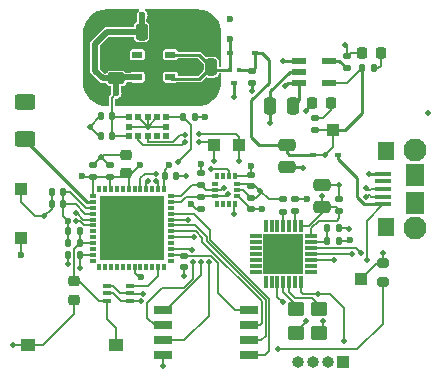
<source format=gbr>
%TF.GenerationSoftware,KiCad,Pcbnew,(6.0.0)*%
%TF.CreationDate,2022-03-24T17:20:39+00:00*%
%TF.ProjectId,Tracer,54726163-6572-42e6-9b69-6361645f7063,B*%
%TF.SameCoordinates,Original*%
%TF.FileFunction,Copper,L1,Top*%
%TF.FilePolarity,Positive*%
%FSLAX46Y46*%
G04 Gerber Fmt 4.6, Leading zero omitted, Abs format (unit mm)*
G04 Created by KiCad (PCBNEW (6.0.0)) date 2022-03-24 17:20:39*
%MOMM*%
%LPD*%
G01*
G04 APERTURE LIST*
G04 Aperture macros list*
%AMRoundRect*
0 Rectangle with rounded corners*
0 $1 Rounding radius*
0 $2 $3 $4 $5 $6 $7 $8 $9 X,Y pos of 4 corners*
0 Add a 4 corners polygon primitive as box body*
4,1,4,$2,$3,$4,$5,$6,$7,$8,$9,$2,$3,0*
0 Add four circle primitives for the rounded corners*
1,1,$1+$1,$2,$3*
1,1,$1+$1,$4,$5*
1,1,$1+$1,$6,$7*
1,1,$1+$1,$8,$9*
0 Add four rect primitives between the rounded corners*
20,1,$1+$1,$2,$3,$4,$5,0*
20,1,$1+$1,$4,$5,$6,$7,0*
20,1,$1+$1,$6,$7,$8,$9,0*
20,1,$1+$1,$8,$9,$2,$3,0*%
G04 Aperture macros list end*
%TA.AperFunction,SMDPad,CuDef*%
%ADD10RoundRect,0.140000X-0.140000X-0.170000X0.140000X-0.170000X0.140000X0.170000X-0.140000X0.170000X0*%
%TD*%
%TA.AperFunction,SMDPad,CuDef*%
%ADD11RoundRect,0.135000X0.135000X0.185000X-0.135000X0.185000X-0.135000X-0.185000X0.135000X-0.185000X0*%
%TD*%
%TA.AperFunction,SMDPad,CuDef*%
%ADD12RoundRect,0.140000X0.170000X-0.140000X0.170000X0.140000X-0.170000X0.140000X-0.170000X-0.140000X0*%
%TD*%
%TA.AperFunction,SMDPad,CuDef*%
%ADD13RoundRect,0.250000X0.475000X-0.250000X0.475000X0.250000X-0.475000X0.250000X-0.475000X-0.250000X0*%
%TD*%
%TA.AperFunction,SMDPad,CuDef*%
%ADD14RoundRect,0.250000X-0.450000X0.350000X-0.450000X-0.350000X0.450000X-0.350000X0.450000X0.350000X0*%
%TD*%
%TA.AperFunction,SMDPad,CuDef*%
%ADD15RoundRect,0.250000X0.250000X0.475000X-0.250000X0.475000X-0.250000X-0.475000X0.250000X-0.475000X0*%
%TD*%
%TA.AperFunction,SMDPad,CuDef*%
%ADD16R,0.600000X0.450000*%
%TD*%
%TA.AperFunction,SMDPad,CuDef*%
%ADD17R,0.400000X0.450000*%
%TD*%
%TA.AperFunction,SMDPad,CuDef*%
%ADD18R,0.500000X0.450000*%
%TD*%
%TA.AperFunction,SMDPad,CuDef*%
%ADD19RoundRect,0.135000X-0.135000X-0.185000X0.135000X-0.185000X0.135000X0.185000X-0.135000X0.185000X0*%
%TD*%
%TA.AperFunction,SMDPad,CuDef*%
%ADD20RoundRect,0.250000X-0.250000X-0.475000X0.250000X-0.475000X0.250000X0.475000X-0.250000X0.475000X0*%
%TD*%
%TA.AperFunction,SMDPad,CuDef*%
%ADD21RoundRect,0.225000X0.250000X-0.225000X0.250000X0.225000X-0.250000X0.225000X-0.250000X-0.225000X0*%
%TD*%
%TA.AperFunction,SMDPad,CuDef*%
%ADD22R,0.500000X0.500000*%
%TD*%
%TA.AperFunction,SMDPad,CuDef*%
%ADD23RoundRect,0.135000X-0.185000X0.135000X-0.185000X-0.135000X0.185000X-0.135000X0.185000X0.135000X0*%
%TD*%
%TA.AperFunction,SMDPad,CuDef*%
%ADD24R,0.350000X0.575000*%
%TD*%
%TA.AperFunction,SMDPad,CuDef*%
%ADD25R,0.575000X0.350000*%
%TD*%
%TA.AperFunction,SMDPad,CuDef*%
%ADD26R,1.350000X0.400000*%
%TD*%
%TA.AperFunction,ComponentPad*%
%ADD27C,1.950000*%
%TD*%
%TA.AperFunction,SMDPad,CuDef*%
%ADD28R,1.400000X1.600000*%
%TD*%
%TA.AperFunction,SMDPad,CuDef*%
%ADD29R,1.600000X1.900000*%
%TD*%
%TA.AperFunction,SMDPad,CuDef*%
%ADD30R,1.200000X0.600000*%
%TD*%
%TA.AperFunction,SMDPad,CuDef*%
%ADD31R,1.000000X1.000000*%
%TD*%
%TA.AperFunction,SMDPad,CuDef*%
%ADD32RoundRect,0.140000X0.140000X0.170000X-0.140000X0.170000X-0.140000X-0.170000X0.140000X-0.170000X0*%
%TD*%
%TA.AperFunction,SMDPad,CuDef*%
%ADD33RoundRect,0.218750X-0.218750X-0.256250X0.218750X-0.256250X0.218750X0.256250X-0.218750X0.256250X0*%
%TD*%
%TA.AperFunction,ComponentPad*%
%ADD34R,1.000000X1.000000*%
%TD*%
%TA.AperFunction,ComponentPad*%
%ADD35O,1.000000X1.000000*%
%TD*%
%TA.AperFunction,SMDPad,CuDef*%
%ADD36RoundRect,0.135000X0.185000X-0.135000X0.185000X0.135000X-0.185000X0.135000X-0.185000X-0.135000X0*%
%TD*%
%TA.AperFunction,SMDPad,CuDef*%
%ADD37RoundRect,0.140000X-0.170000X0.140000X-0.170000X-0.140000X0.170000X-0.140000X0.170000X0.140000X0*%
%TD*%
%TA.AperFunction,SMDPad,CuDef*%
%ADD38R,1.200000X1.000000*%
%TD*%
%TA.AperFunction,SMDPad,CuDef*%
%ADD39R,1.000000X0.300000*%
%TD*%
%TA.AperFunction,SMDPad,CuDef*%
%ADD40R,0.300000X1.000000*%
%TD*%
%TA.AperFunction,SMDPad,CuDef*%
%ADD41R,3.350000X3.350000*%
%TD*%
%TA.AperFunction,SMDPad,CuDef*%
%ADD42RoundRect,0.250000X-0.625000X0.400000X-0.625000X-0.400000X0.625000X-0.400000X0.625000X0.400000X0*%
%TD*%
%TA.AperFunction,SMDPad,CuDef*%
%ADD43R,0.650000X0.400000*%
%TD*%
%TA.AperFunction,SMDPad,CuDef*%
%ADD44R,0.550000X0.350000*%
%TD*%
%TA.AperFunction,SMDPad,CuDef*%
%ADD45R,0.350000X0.550000*%
%TD*%
%TA.AperFunction,SMDPad,CuDef*%
%ADD46R,5.500000X5.500000*%
%TD*%
%TA.AperFunction,SMDPad,CuDef*%
%ADD47RoundRect,0.225000X-0.250000X0.225000X-0.250000X-0.225000X0.250000X-0.225000X0.250000X0.225000X0*%
%TD*%
%TA.AperFunction,SMDPad,CuDef*%
%ADD48RoundRect,0.200000X-0.275000X0.200000X-0.275000X-0.200000X0.275000X-0.200000X0.275000X0.200000X0*%
%TD*%
%TA.AperFunction,SMDPad,CuDef*%
%ADD49R,0.900000X0.600000*%
%TD*%
%TA.AperFunction,SMDPad,CuDef*%
%ADD50R,1.650000X0.650000*%
%TD*%
%TA.AperFunction,ViaPad*%
%ADD51C,0.500000*%
%TD*%
%TA.AperFunction,ViaPad*%
%ADD52C,0.600000*%
%TD*%
%TA.AperFunction,Conductor*%
%ADD53C,0.250000*%
%TD*%
%TA.AperFunction,Conductor*%
%ADD54C,0.150000*%
%TD*%
%TA.AperFunction,Conductor*%
%ADD55C,0.200000*%
%TD*%
%TA.AperFunction,Conductor*%
%ADD56C,0.500000*%
%TD*%
%TA.AperFunction,Conductor*%
%ADD57C,0.293770*%
%TD*%
G04 APERTURE END LIST*
D10*
%TO.P,C15,1*%
%TO.N,+3V3*%
X142320000Y-95100000D03*
%TO.P,C15,2*%
%TO.N,GND*%
X143280000Y-95100000D03*
%TD*%
D11*
%TO.P,R10,1*%
%TO.N,RST*%
X135110000Y-99750000D03*
%TO.P,R10,2*%
%TO.N,+3V3*%
X134090000Y-99750000D03*
%TD*%
D12*
%TO.P,C1,1*%
%TO.N,+3V3*%
X149600000Y-97900000D03*
%TO.P,C1,2*%
%TO.N,GND*%
X149600000Y-96940000D03*
%TD*%
D13*
%TO.P,C16,1*%
%TO.N,+3V3*%
X138195000Y-86850000D03*
%TO.P,C16,2*%
%TO.N,GND*%
X138195000Y-84950000D03*
%TD*%
D14*
%TO.P,R15,1*%
%TO.N,Net-(IC8-Pad25)*%
X153400000Y-106400000D03*
%TO.P,R15,2*%
%TO.N,U0TXD*%
X153400000Y-108400000D03*
%TD*%
D15*
%TO.P,C5,1*%
%TO.N,+BATT*%
X153155000Y-89200000D03*
%TO.P,C5,2*%
%TO.N,GND*%
X151255000Y-89200000D03*
%TD*%
D16*
%TO.P,D1,1,K*%
%TO.N,VUSB*%
X154900000Y-93300000D03*
%TO.P,D1,2,A*%
%TO.N,Net-(D1-Pad2)*%
X157000000Y-93300000D03*
%TD*%
D17*
%TO.P,Q2,1,G*%
%TO.N,VUSB*%
X148600000Y-86125000D03*
%TO.P,Q2,2,S*%
%TO.N,VBUS*%
X147800000Y-86125000D03*
D18*
%TO.P,Q2,3,D*%
%TO.N,+BATT*%
X148200000Y-87275000D03*
%TD*%
D19*
%TO.P,R7,1*%
%TO.N,+3V3*%
X134090000Y-100750000D03*
%TO.P,R7,2*%
%TO.N,RST*%
X135110000Y-100750000D03*
%TD*%
D13*
%TO.P,C3,1*%
%TO.N,GND*%
X152650000Y-94350000D03*
%TO.P,C3,2*%
%TO.N,VUSB*%
X152650000Y-92450000D03*
%TD*%
D20*
%TO.P,C6,1*%
%TO.N,+3V3*%
X140345000Y-82900000D03*
%TO.P,C6,2*%
%TO.N,GND*%
X142245000Y-82900000D03*
%TD*%
D21*
%TO.P,C14,1*%
%TO.N,+3V3*%
X139000000Y-94875000D03*
%TO.P,C14,2*%
%TO.N,GND*%
X139000000Y-93325000D03*
%TD*%
D22*
%TO.P,IC4,1,AVDDVCSEL*%
%TO.N,+3V3*%
X139250000Y-90131885D03*
%TO.P,IC4,2,AVSSVCSEL*%
%TO.N,GND*%
X140050000Y-90131885D03*
%TO.P,IC4,3,GND*%
X140850000Y-90131885D03*
%TO.P,IC4,4,GND2*%
X141650000Y-90131885D03*
%TO.P,IC4,5,XSHUT*%
%TO.N,GPIO19*%
X142450000Y-90131885D03*
%TO.P,IC4,6,GND3*%
%TO.N,GND*%
X142450000Y-90931885D03*
%TO.P,IC4,7,GPIO1*%
%TO.N,unconnected-(IC4-Pad7)*%
X142450000Y-91731885D03*
%TO.P,IC4,8,DNC*%
%TO.N,unconnected-(IC4-Pad8)*%
X141650000Y-91731885D03*
%TO.P,IC4,9,SDA*%
%TO.N,GPIO18*%
X140850000Y-91731885D03*
%TO.P,IC4,10,SCL*%
%TO.N,GPIO23*%
X140050000Y-91731885D03*
%TO.P,IC4,11,AVDD*%
%TO.N,+3V3*%
X139250000Y-91731885D03*
%TO.P,IC4,12,GND4*%
%TO.N,GND*%
X139250000Y-90931885D03*
%TD*%
D23*
%TO.P,R12,1*%
%TO.N,+3V3*%
X153350000Y-97090000D03*
%TO.P,R12,2*%
%TO.N,Net-(IC8-Pad9)*%
X153350000Y-98110000D03*
%TD*%
D24*
%TO.P,IC1,1,SDO/SA0*%
%TO.N,unconnected-(IC1-Pad1)*%
X146750000Y-97463000D03*
%TO.P,IC1,2,SDX*%
%TO.N,unconnected-(IC1-Pad2)*%
X147250000Y-97463000D03*
%TO.P,IC1,3,SCX*%
%TO.N,unconnected-(IC1-Pad3)*%
X147750000Y-97463000D03*
%TO.P,IC1,4,INT1*%
%TO.N,GPIO37*%
X148250000Y-97463000D03*
D25*
%TO.P,IC1,5,VDDIO*%
%TO.N,+3V3*%
X148412000Y-96800000D03*
%TO.P,IC1,6,GND_1*%
%TO.N,GND*%
X148412000Y-96300000D03*
%TO.P,IC1,7,GND_2*%
X148412000Y-95800000D03*
D24*
%TO.P,IC1,8,VDD*%
%TO.N,+3V3*%
X148250000Y-95137000D03*
%TO.P,IC1,9,INT2*%
%TO.N,GPIO36*%
X147750000Y-95137000D03*
%TO.P,IC1,10,NC_1*%
%TO.N,unconnected-(IC1-Pad10)*%
X147250000Y-95137000D03*
%TO.P,IC1,11,NC_2*%
%TO.N,unconnected-(IC1-Pad11)*%
X146750000Y-95137000D03*
D25*
%TO.P,IC1,12,CS*%
%TO.N,unconnected-(IC1-Pad12)*%
X146588000Y-95800000D03*
%TO.P,IC1,13,SCL*%
%TO.N,GPIO23*%
X146588000Y-96300000D03*
%TO.P,IC1,14,SDA*%
%TO.N,GPIO18*%
X146588000Y-96800000D03*
%TD*%
D26*
%TO.P,J1,1,VBUS*%
%TO.N,Net-(D1-Pad2)*%
X160800000Y-97500000D03*
%TO.P,J1,2,D-*%
%TO.N,D-*%
X160800000Y-96850000D03*
%TO.P,J1,3,D+*%
%TO.N,D+*%
X160800000Y-96200000D03*
%TO.P,J1,4,NC*%
%TO.N,unconnected-(J1-Pad4)*%
X160800000Y-95550000D03*
%TO.P,J1,5,GND*%
%TO.N,GND*%
X160800000Y-94900000D03*
D27*
%TO.P,J1,MH1,MH1*%
%TO.N,unconnected-(J1-PadMH1)*%
X163475000Y-99500000D03*
%TO.P,J1,MH2,MH2*%
%TO.N,unconnected-(J1-PadMH2)*%
X163475000Y-92900000D03*
D28*
%TO.P,J1,MP1,MP1*%
%TO.N,unconnected-(J1-PadMP1)*%
X161025000Y-99400000D03*
D29*
%TO.P,J1,MP2,MP2*%
%TO.N,unconnected-(J1-PadMP2)*%
X163475000Y-97400000D03*
%TO.P,J1,MP3,MP3*%
%TO.N,unconnected-(J1-PadMP3)*%
X163475000Y-95000000D03*
D28*
%TO.P,J1,MP4,MP4*%
%TO.N,unconnected-(J1-PadMP4)*%
X161025000Y-93000000D03*
%TD*%
D30*
%TO.P,IC5,1,CHRG*%
%TO.N,Net-(D4-Pad1)*%
X153705000Y-85350000D03*
%TO.P,IC5,2,GND*%
%TO.N,GND*%
X153705000Y-86300000D03*
%TO.P,IC5,3,VBAT*%
%TO.N,+BATT*%
X153705000Y-87250000D03*
%TO.P,IC5,4,VCC*%
%TO.N,VUSB*%
X156205000Y-87250000D03*
%TO.P,IC5,5,PROG*%
%TO.N,Net-(IC5-Pad5)*%
X156205000Y-85350000D03*
%TD*%
D19*
%TO.P,R16,1*%
%TO.N,GPIO19*%
X143840000Y-90150000D03*
%TO.P,R16,2*%
%TO.N,+3V3*%
X144860000Y-90150000D03*
%TD*%
D11*
%TO.P,R2,1*%
%TO.N,Net-(D2-Pad2)*%
X160010000Y-86000000D03*
%TO.P,R2,2*%
%TO.N,VUSB*%
X158990000Y-86000000D03*
%TD*%
D12*
%TO.P,C10,1*%
%TO.N,+3V3*%
X137700000Y-95180000D03*
%TO.P,C10,2*%
%TO.N,GND*%
X137700000Y-94220000D03*
%TD*%
D31*
%TO.P,TP3,1,1*%
%TO.N,GPIO23*%
X146500000Y-92500000D03*
%TD*%
D13*
%TO.P,C18,1*%
%TO.N,VUSB*%
X155600000Y-97750000D03*
%TO.P,C18,2*%
%TO.N,GND*%
X155600000Y-95850000D03*
%TD*%
D12*
%TO.P,C13,1*%
%TO.N,+3V3*%
X136200000Y-95180000D03*
%TO.P,C13,2*%
%TO.N,GND*%
X136200000Y-94220000D03*
%TD*%
D32*
%TO.P,C20,1*%
%TO.N,+3V3*%
X137830000Y-91750000D03*
%TO.P,C20,2*%
%TO.N,GND*%
X136870000Y-91750000D03*
%TD*%
D33*
%TO.P,D2,1,K*%
%TO.N,GND*%
X159012500Y-84700000D03*
%TO.P,D2,2,A*%
%TO.N,Net-(D2-Pad2)*%
X160587500Y-84700000D03*
%TD*%
D34*
%TO.P,J2,1,Pin_1*%
%TO.N,DTR*%
X157400000Y-110900000D03*
D35*
%TO.P,J2,2,Pin_2*%
%TO.N,U0RXD*%
X156130000Y-110900000D03*
%TO.P,J2,3,Pin_3*%
%TO.N,U0TXD*%
X154860000Y-110900000D03*
%TO.P,J2,4,Pin_4*%
%TO.N,RTS*%
X153590000Y-110900000D03*
%TD*%
D23*
%TO.P,R4,1*%
%TO.N,+3V3*%
X145400000Y-94890000D03*
%TO.P,R4,2*%
%TO.N,GPIO23*%
X145400000Y-95910000D03*
%TD*%
%TO.P,R6,1*%
%TO.N,GND*%
X157700000Y-84980000D03*
%TO.P,R6,2*%
%TO.N,Net-(IC5-Pad5)*%
X157700000Y-86000000D03*
%TD*%
D31*
%TO.P,TP11,1,1*%
%TO.N,GND*%
X130100000Y-96200000D03*
%TD*%
%TO.P,TP6,1,1*%
%TO.N,+3V3*%
X130100000Y-100400000D03*
%TD*%
D36*
%TO.P,R3,1*%
%TO.N,VUSB*%
X155000000Y-91210000D03*
%TO.P,R3,2*%
%TO.N,Net-(D4-Pad2)*%
X155000000Y-90190000D03*
%TD*%
D37*
%TO.P,C2,1*%
%TO.N,+3V3*%
X149600000Y-95020000D03*
%TO.P,C2,2*%
%TO.N,GND*%
X149600000Y-95980000D03*
%TD*%
D11*
%TO.P,R11,1*%
%TO.N,+3V3*%
X157060000Y-100600000D03*
%TO.P,R11,2*%
%TO.N,Net-(C17-Pad1)*%
X156040000Y-100600000D03*
%TD*%
D38*
%TO.P,S1,1,1*%
%TO.N,RST*%
X138150000Y-109400000D03*
%TO.P,S1,2,2*%
%TO.N,GND*%
X130750000Y-109400000D03*
%TD*%
D33*
%TO.P,D4,1,K*%
%TO.N,Net-(D4-Pad1)*%
X154812500Y-88900000D03*
%TO.P,D4,2,A*%
%TO.N,Net-(D4-Pad2)*%
X156387500Y-88900000D03*
%TD*%
D16*
%TO.P,D3,1,K*%
%TO.N,VBUS*%
X147850000Y-84700000D03*
%TO.P,D3,2,A*%
%TO.N,VUSB*%
X149950000Y-84700000D03*
%TD*%
D36*
%TO.P,R1,1*%
%TO.N,GND*%
X149700000Y-87210000D03*
%TO.P,R1,2*%
%TO.N,VUSB*%
X149700000Y-86190000D03*
%TD*%
D32*
%TO.P,C19,1*%
%TO.N,+3V3*%
X137830000Y-90050000D03*
%TO.P,C19,2*%
%TO.N,GND*%
X136870000Y-90050000D03*
%TD*%
D39*
%TO.P,IC8,1,DCD*%
%TO.N,unconnected-(IC8-Pad1)*%
X154700000Y-103200000D03*
%TO.P,IC8,2,RI_/_CLK*%
%TO.N,unconnected-(IC8-Pad2)*%
X154700000Y-102700000D03*
%TO.P,IC8,3,GND_1*%
%TO.N,GND*%
X154700000Y-102200000D03*
%TO.P,IC8,4,D+*%
%TO.N,D+*%
X154700000Y-101700000D03*
%TO.P,IC8,5,D-*%
%TO.N,D-*%
X154700000Y-101200000D03*
%TO.P,IC8,6,VDD*%
%TO.N,Net-(C17-Pad1)*%
X154700000Y-100700000D03*
%TO.P,IC8,7,VREGIN*%
%TO.N,VUSB*%
X154700000Y-100200000D03*
D40*
%TO.P,IC8,8,VBUS*%
X153850000Y-99350000D03*
%TO.P,IC8,9,RSTB*%
%TO.N,Net-(IC8-Pad9)*%
X153350000Y-99350000D03*
%TO.P,IC8,10,NC*%
%TO.N,unconnected-(IC8-Pad10)*%
X152850000Y-99350000D03*
%TO.P,IC8,11,SUSPENDB*%
%TO.N,Net-(IC8-Pad11)*%
X152350000Y-99350000D03*
%TO.P,IC8,12,SUSPEND*%
%TO.N,unconnected-(IC8-Pad12)*%
X151850000Y-99350000D03*
%TO.P,IC8,13,CHREN*%
%TO.N,unconnected-(IC8-Pad13)*%
X151350000Y-99350000D03*
%TO.P,IC8,14,CHR1*%
%TO.N,unconnected-(IC8-Pad14)*%
X150850000Y-99350000D03*
D39*
%TO.P,IC8,15,CHR0*%
%TO.N,unconnected-(IC8-Pad15)*%
X150000000Y-100200000D03*
%TO.P,IC8,16,GPIO.3_/_WAKEUP*%
%TO.N,unconnected-(IC8-Pad16)*%
X150000000Y-100700000D03*
%TO.P,IC8,17,GPIO.2_/_RS485*%
%TO.N,unconnected-(IC8-Pad17)*%
X150000000Y-101200000D03*
%TO.P,IC8,18,GPIO.1_/_RXT*%
%TO.N,unconnected-(IC8-Pad18)*%
X150000000Y-101700000D03*
%TO.P,IC8,19,GPIO.0_/_TXT*%
%TO.N,unconnected-(IC8-Pad19)*%
X150000000Y-102200000D03*
%TO.P,IC8,20,GPIO.6*%
%TO.N,unconnected-(IC8-Pad20)*%
X150000000Y-102700000D03*
%TO.P,IC8,21,GPIO.5*%
%TO.N,unconnected-(IC8-Pad21)*%
X150000000Y-103200000D03*
D40*
%TO.P,IC8,22,GPIO.4*%
%TO.N,unconnected-(IC8-Pad22)*%
X150850000Y-104050000D03*
%TO.P,IC8,23,CTS*%
%TO.N,unconnected-(IC8-Pad23)*%
X151350000Y-104050000D03*
%TO.P,IC8,24,RTS*%
%TO.N,RTS*%
X151850000Y-104050000D03*
%TO.P,IC8,25,RXD*%
%TO.N,Net-(IC8-Pad25)*%
X152350000Y-104050000D03*
%TO.P,IC8,26,TXD*%
%TO.N,Net-(IC8-Pad26)*%
X152850000Y-104050000D03*
%TO.P,IC8,27,DSR*%
%TO.N,unconnected-(IC8-Pad27)*%
X153350000Y-104050000D03*
%TO.P,IC8,28,DTR*%
%TO.N,DTR*%
X153850000Y-104050000D03*
D41*
%TO.P,IC8,29,GND_2*%
%TO.N,GND*%
X152350000Y-101700000D03*
%TD*%
D32*
%TO.P,C12,1*%
%TO.N,+3V3*%
X133680000Y-96500000D03*
%TO.P,C12,2*%
%TO.N,GND*%
X132720000Y-96500000D03*
%TD*%
D42*
%TO.P,AE1,1,FEED*%
%TO.N,unconnected-(AE1-Pad1)*%
X130500000Y-88850000D03*
%TO.P,AE1,2,PCB_Trace*%
%TO.N,ANT*%
X130500000Y-91950000D03*
%TD*%
D11*
%TO.P,R9,1*%
%TO.N,GPIO35*%
X135110000Y-101800000D03*
%TO.P,R9,2*%
%TO.N,GND*%
X134090000Y-101800000D03*
%TD*%
D43*
%TO.P,Q1,1,E2*%
%TO.N,RTS*%
X139350000Y-105700000D03*
%TO.P,Q1,2,B2*%
%TO.N,DTR*%
X139350000Y-105050000D03*
%TO.P,Q1,3,C1*%
%TO.N,GPIO0*%
X139350000Y-104400000D03*
%TO.P,Q1,4,E1*%
%TO.N,DTR*%
X137450000Y-104400000D03*
%TO.P,Q1,5,B1*%
%TO.N,RTS*%
X137450000Y-105050000D03*
%TO.P,Q1,6,C2*%
%TO.N,RST*%
X137450000Y-105700000D03*
%TD*%
D44*
%TO.P,IC3,1,VDDA_1*%
%TO.N,+3V3*%
X136200000Y-96800000D03*
%TO.P,IC3,2,LNA_IN*%
%TO.N,ANT*%
X136200000Y-97300000D03*
%TO.P,IC3,3,VDDA3P3_1*%
%TO.N,+3V3*%
X136200000Y-97800000D03*
%TO.P,IC3,4,VDDA3P3_2*%
X136200000Y-98300000D03*
%TO.P,IC3,5,SENSOR_VP*%
%TO.N,GPIO36*%
X136200000Y-98800000D03*
%TO.P,IC3,6,SENSOR_CAPP*%
%TO.N,GPIO37*%
X136200000Y-99300000D03*
%TO.P,IC3,7,SENSOR_CAPN*%
%TO.N,GPIO38*%
X136200000Y-99800000D03*
%TO.P,IC3,8,SENSOR_VN*%
%TO.N,GPIO39*%
X136200000Y-100300000D03*
%TO.P,IC3,9,EN*%
%TO.N,RST*%
X136200000Y-100800000D03*
%TO.P,IC3,10,IO34*%
%TO.N,STAT*%
X136200000Y-101300000D03*
%TO.P,IC3,11,IO35*%
%TO.N,GPIO35*%
X136200000Y-101800000D03*
%TO.P,IC3,12,IO32*%
%TO.N,GPIO32*%
X136200000Y-102300000D03*
D45*
%TO.P,IC3,13,IO33*%
%TO.N,GPIO33*%
X136750000Y-102850000D03*
%TO.P,IC3,14,IO25*%
%TO.N,GPIO25*%
X137250000Y-102850000D03*
%TO.P,IC3,15,IO26*%
%TO.N,GPIO26*%
X137750000Y-102850000D03*
%TO.P,IC3,16,IO27*%
%TO.N,GPIO27*%
X138250000Y-102850000D03*
%TO.P,IC3,17,IO14*%
%TO.N,GPIO14*%
X138750000Y-102850000D03*
%TO.P,IC3,18,IO12*%
%TO.N,GPIO12*%
X139250000Y-102850000D03*
%TO.P,IC3,19,VDD3P3_RTC*%
%TO.N,+3V3*%
X139750000Y-102850000D03*
%TO.P,IC3,20,IO13*%
%TO.N,GPIO13*%
X140250000Y-102850000D03*
%TO.P,IC3,21,IO15*%
%TO.N,GPIO15*%
X140750000Y-102850000D03*
%TO.P,IC3,22,IO2*%
%TO.N,GPIO2*%
X141250000Y-102850000D03*
%TO.P,IC3,23,IO0*%
%TO.N,GPIO0*%
X141750000Y-102850000D03*
%TO.P,IC3,24,IO4*%
%TO.N,GPIO4*%
X142250000Y-102850000D03*
D44*
%TO.P,IC3,25,IO16*%
%TO.N,GPIO16*%
X142800000Y-102300000D03*
%TO.P,IC3,26,VDD_SDIO_NC*%
%TO.N,VDDSDIO*%
X142800000Y-101800000D03*
%TO.P,IC3,27,IO17*%
%TO.N,GPIO17*%
X142800000Y-101300000D03*
%TO.P,IC3,28,SD2*%
%TO.N,GPIO9*%
X142800000Y-100800000D03*
%TO.P,IC3,29,SD3*%
%TO.N,GPIO10*%
X142800000Y-100300000D03*
%TO.P,IC3,30,CMD*%
%TO.N,GPIO11*%
X142800000Y-99800000D03*
%TO.P,IC3,31,CLK*%
%TO.N,CLK*%
X142800000Y-99300000D03*
%TO.P,IC3,32,SD0*%
%TO.N,GPIO7*%
X142800000Y-98800000D03*
%TO.P,IC3,33,SD1*%
%TO.N,GPIO8*%
X142800000Y-98300000D03*
%TO.P,IC3,34,IO5*%
%TO.N,GPIO5*%
X142800000Y-97800000D03*
%TO.P,IC3,35,IO18*%
%TO.N,GPIO18*%
X142800000Y-97300000D03*
%TO.P,IC3,36,IO23*%
%TO.N,GPIO23*%
X142800000Y-96800000D03*
D45*
%TO.P,IC3,37,VDD3P3_CPU*%
%TO.N,+3V3*%
X142250000Y-96250000D03*
%TO.P,IC3,38,IO19*%
%TO.N,GPIO19*%
X141750000Y-96250000D03*
%TO.P,IC3,39,IO22*%
%TO.N,GPIO22*%
X141250000Y-96250000D03*
%TO.P,IC3,40,U0RXD*%
%TO.N,U0RXD*%
X140750000Y-96250000D03*
%TO.P,IC3,41,U0TXD*%
%TO.N,U0TXD*%
X140250000Y-96250000D03*
%TO.P,IC3,42,IO21*%
%TO.N,GPIO21*%
X139750000Y-96250000D03*
%TO.P,IC3,43,VDDA_2*%
%TO.N,+3V3*%
X139250000Y-96250000D03*
%TO.P,IC3,44,XTAL_N_NC*%
%TO.N,unconnected-(IC3-Pad44)*%
X138750000Y-96250000D03*
%TO.P,IC3,45,XTAL_P_NC*%
%TO.N,unconnected-(IC3-Pad45)*%
X138250000Y-96250000D03*
%TO.P,IC3,46,VDDA_3*%
%TO.N,+3V3*%
X137750000Y-96250000D03*
%TO.P,IC3,47,CAP2_NC*%
%TO.N,unconnected-(IC3-Pad47)*%
X137250000Y-96250000D03*
%TO.P,IC3,48,CAP1_NC*%
%TO.N,unconnected-(IC3-Pad48)*%
X136750000Y-96250000D03*
D46*
%TO.P,IC3,49,GND*%
%TO.N,GND*%
X139494000Y-99537000D03*
%TD*%
D10*
%TO.P,C17,1*%
%TO.N,Net-(C17-Pad1)*%
X156070000Y-99550000D03*
%TO.P,C17,2*%
%TO.N,GND*%
X157030000Y-99550000D03*
%TD*%
D31*
%TO.P,TP5,1,1*%
%TO.N,+BATT*%
X158950000Y-103800000D03*
%TD*%
D47*
%TO.P,C7,1*%
%TO.N,RST*%
X134600000Y-104025000D03*
%TO.P,C7,2*%
%TO.N,GND*%
X134600000Y-105575000D03*
%TD*%
D36*
%TO.P,R5,1*%
%TO.N,+3V3*%
X145400000Y-97920000D03*
%TO.P,R5,2*%
%TO.N,GPIO18*%
X145400000Y-96900000D03*
%TD*%
D12*
%TO.P,C8,1*%
%TO.N,VUSB*%
X157100000Y-98060000D03*
%TO.P,C8,2*%
%TO.N,GND*%
X157100000Y-97100000D03*
%TD*%
D31*
%TO.P,TP4,1,1*%
%TO.N,GPIO18*%
X148600000Y-92500000D03*
%TD*%
D15*
%TO.P,C4,1*%
%TO.N,VBUS*%
X146245000Y-85900000D03*
%TO.P,C4,2*%
%TO.N,GND*%
X144345000Y-85900000D03*
%TD*%
D48*
%TO.P,R8,1*%
%TO.N,+BATT*%
X160800000Y-102475000D03*
%TO.P,R8,2*%
%TO.N,GPIO35*%
X160800000Y-104125000D03*
%TD*%
D49*
%TO.P,IC6,1,VIN*%
%TO.N,VBUS*%
X142795000Y-86750000D03*
%TO.P,IC6,2,VSS*%
%TO.N,GND*%
X142795000Y-85800000D03*
%TO.P,IC6,3,CE*%
%TO.N,VBUS*%
X142795000Y-84850000D03*
%TO.P,IC6,4,NC*%
%TO.N,unconnected-(IC6-Pad4)*%
X139995000Y-84850000D03*
%TO.P,IC6,5,VOUT*%
%TO.N,+3V3*%
X139995000Y-86750000D03*
%TD*%
D36*
%TO.P,R13,1*%
%TO.N,Net-(IC8-Pad11)*%
X152350000Y-98120000D03*
%TO.P,R13,2*%
%TO.N,GND*%
X152350000Y-97100000D03*
%TD*%
D50*
%TO.P,IC2,1,~{CS}*%
%TO.N,GPIO10*%
X142200000Y-106495000D03*
%TO.P,IC2,2,DO(IO1)*%
%TO.N,GPIO17*%
X142200000Y-107765000D03*
%TO.P,IC2,3,IO2*%
%TO.N,GPIO7*%
X142200000Y-109035000D03*
%TO.P,IC2,4,GND*%
%TO.N,GND*%
X142200000Y-110305000D03*
%TO.P,IC2,5,DI(IO0)*%
%TO.N,GPIO8*%
X149400000Y-110305000D03*
%TO.P,IC2,6,CLK*%
%TO.N,CLK*%
X149400000Y-109035000D03*
%TO.P,IC2,7,IO3*%
%TO.N,GPIO11*%
X149400000Y-107765000D03*
%TO.P,IC2,8,VCC*%
%TO.N,VDDSDIO*%
X149400000Y-106495000D03*
%TD*%
D31*
%TO.P,TP2,1,1*%
%TO.N,VUSB*%
X156550000Y-91200000D03*
%TD*%
D37*
%TO.P,C11,1*%
%TO.N,VDDSDIO*%
X143900000Y-101870000D03*
%TO.P,C11,2*%
%TO.N,GND*%
X143900000Y-102830000D03*
%TD*%
D32*
%TO.P,C9,1*%
%TO.N,+3V3*%
X133680000Y-97500000D03*
%TO.P,C9,2*%
%TO.N,GND*%
X132720000Y-97500000D03*
%TD*%
D14*
%TO.P,R14,1*%
%TO.N,Net-(IC8-Pad26)*%
X155400000Y-106400000D03*
%TO.P,R14,2*%
%TO.N,U0RXD*%
X155400000Y-108400000D03*
%TD*%
D51*
%TO.N,+BATT*%
X148200000Y-88400000D03*
X160800000Y-101600000D03*
X152500000Y-87500000D03*
%TO.N,GND*%
X138000000Y-101100000D03*
X139500000Y-97600000D03*
X138000000Y-99550000D03*
X136135000Y-83080000D03*
X151200000Y-90600000D03*
X146295000Y-88160000D03*
X143755000Y-83080000D03*
X157950000Y-99600000D03*
X136900000Y-93500000D03*
X151060000Y-102950000D03*
X151060000Y-101680000D03*
X164600000Y-89800000D03*
X141000000Y-101100000D03*
X149679122Y-87879122D03*
X146295000Y-83080000D03*
X153600000Y-102950000D03*
X152330000Y-100410000D03*
X143900000Y-103600000D03*
X139500000Y-101100000D03*
X140850000Y-90950000D03*
X143755000Y-88160000D03*
X154000000Y-94400000D03*
X135950000Y-90950000D03*
X141000000Y-99550000D03*
X150400000Y-96400000D03*
X134100000Y-102600000D03*
X151060000Y-100410000D03*
X141000000Y-97600000D03*
X157600000Y-84000000D03*
X159600000Y-94900000D03*
X152330000Y-102950000D03*
X156600000Y-102250000D03*
X141215000Y-85620000D03*
X142200000Y-111200000D03*
X141215000Y-88160000D03*
X129500000Y-109400000D03*
X157100000Y-95850000D03*
X144100000Y-95100000D03*
X132100000Y-98500000D03*
X152330000Y-101680000D03*
X139500000Y-99550000D03*
X138000000Y-97600000D03*
X153600000Y-101680000D03*
X153600000Y-100410000D03*
X136135000Y-88160000D03*
D52*
%TO.N,+3V3*%
X140200000Y-94200000D03*
X140300000Y-103700000D03*
X142700000Y-94200000D03*
X140395000Y-81500000D03*
X135300000Y-95100000D03*
X154332671Y-97067329D03*
X158000000Y-100550000D03*
X138195000Y-88100000D03*
X145400000Y-94100000D03*
X134100000Y-98900000D03*
X150500000Y-97900000D03*
X144500000Y-97500000D03*
X147800000Y-81800000D03*
X130100000Y-101800000D03*
X145750000Y-90150000D03*
X149600000Y-94300000D03*
%TO.N,VBUS*%
X147800000Y-83500000D03*
D51*
%TO.N,GPIO10*%
X145400000Y-102400000D03*
X144800000Y-100300000D03*
%TO.N,GPIO17*%
X144600000Y-101370500D03*
X144700000Y-102369500D03*
%TO.N,GPIO7*%
X144300000Y-98800000D03*
X146049503Y-102400000D03*
%TO.N,GPIO36*%
X146200000Y-94500000D03*
X134800000Y-98250497D03*
%TO.N,GPIO37*%
X134800000Y-98900000D03*
X148200000Y-98300000D03*
%TO.N,VUSB*%
X155600000Y-96800000D03*
X155900000Y-93300000D03*
%TO.N,GPIO18*%
X144025500Y-91600000D03*
X145200000Y-91550497D03*
X148600000Y-93800000D03*
X147634166Y-96656944D03*
%TO.N,GPIO23*%
X147300000Y-96100000D03*
X145200000Y-92200000D03*
X144025500Y-92249503D03*
X146500000Y-93800000D03*
%TO.N,GPIO19*%
X141600000Y-95549503D03*
X143400000Y-93900000D03*
%TO.N,U0RXD*%
X155700000Y-107400000D03*
X140900000Y-95500000D03*
%TO.N,Net-(D4-Pad1)*%
X154300000Y-89600000D03*
X152300000Y-85400000D03*
%TO.N,D+*%
X159352334Y-96150000D03*
X158183962Y-101699500D03*
%TO.N,D-*%
X158925500Y-101650000D03*
X159352334Y-96900000D03*
%TO.N,U0TXD*%
X141600000Y-94900000D03*
X154300000Y-107400000D03*
%TO.N,RTS*%
X152300000Y-105800000D03*
X140294609Y-105716172D03*
%TO.N,DTR*%
X157500000Y-109100000D03*
X140500000Y-105100000D03*
X155300000Y-105100000D03*
%TO.N,GPIO35*%
X135100000Y-102900000D03*
X151900000Y-109800000D03*
%TO.N,Net-(D1-Pad2)*%
X159400000Y-102200000D03*
%TD*%
D53*
%TO.N,+BATT*%
X152750000Y-87250000D02*
X152500000Y-87500000D01*
D54*
X160800000Y-102475000D02*
X160800000Y-101600000D01*
D53*
X153705000Y-87250000D02*
X153705000Y-88650000D01*
X153705000Y-87250000D02*
X152750000Y-87250000D01*
D54*
X160800000Y-102475000D02*
X160275000Y-102475000D01*
D53*
X148200000Y-88400000D02*
X148200000Y-87275000D01*
X153705000Y-88650000D02*
X153155000Y-89200000D01*
D54*
X160275000Y-102475000D02*
X158950000Y-103800000D01*
%TO.N,GND*%
X154700000Y-102200000D02*
X156550000Y-102200000D01*
X157900000Y-99550000D02*
X157950000Y-99600000D01*
X156550000Y-102200000D02*
X156600000Y-102250000D01*
X155600000Y-95850000D02*
X157100000Y-95850000D01*
X136750000Y-91750000D02*
X135950000Y-90950000D01*
X157700000Y-84100000D02*
X157600000Y-84000000D01*
X134090000Y-102590000D02*
X134100000Y-102600000D01*
X157100000Y-97100000D02*
X157100000Y-95850000D01*
X140050000Y-90131885D02*
X140050000Y-90150000D01*
X149600000Y-95980000D02*
X149980000Y-95980000D01*
X152350000Y-97100000D02*
X151100000Y-97100000D01*
X136870000Y-91750000D02*
X136750000Y-91750000D01*
X142450000Y-90931885D02*
X140868115Y-90931885D01*
X137620000Y-94220000D02*
X136900000Y-93500000D01*
X141650000Y-90150000D02*
X140850000Y-90950000D01*
X150060000Y-96940000D02*
X150400000Y-96600000D01*
X137700000Y-94220000D02*
X137620000Y-94220000D01*
X136200000Y-94220000D02*
X136200000Y-94200000D01*
X142200000Y-110305000D02*
X142200000Y-111200000D01*
D53*
X152900000Y-86300000D02*
X151255000Y-87945000D01*
X152650000Y-94350000D02*
X153950000Y-94350000D01*
X149700000Y-87900000D02*
X149679122Y-87879122D01*
D54*
X149980000Y-95980000D02*
X150400000Y-96400000D01*
D53*
X153950000Y-94350000D02*
X154000000Y-94400000D01*
D54*
X140831885Y-90931885D02*
X140850000Y-90950000D01*
X139250000Y-90931885D02*
X140831885Y-90931885D01*
X136850000Y-90050000D02*
X135950000Y-90950000D01*
X132000000Y-109400000D02*
X134600000Y-106800000D01*
D53*
X151255000Y-89200000D02*
X151255000Y-90545000D01*
D54*
X148412000Y-95800000D02*
X149420000Y-95800000D01*
X140050000Y-90150000D02*
X140850000Y-90950000D01*
D53*
X160800000Y-94900000D02*
X159600000Y-94900000D01*
D54*
X132100000Y-98500000D02*
X131300000Y-98500000D01*
D53*
X151255000Y-87945000D02*
X151255000Y-89200000D01*
D54*
X130750000Y-109400000D02*
X129500000Y-109400000D01*
X136870000Y-90050000D02*
X136850000Y-90050000D01*
X149420000Y-95800000D02*
X149600000Y-95980000D01*
X157980000Y-84700000D02*
X157700000Y-84980000D01*
X149600000Y-96940000D02*
X150060000Y-96940000D01*
X130100000Y-97300000D02*
X130100000Y-96200000D01*
X131300000Y-98500000D02*
X130100000Y-97300000D01*
X140868115Y-90931885D02*
X140850000Y-90950000D01*
X157030000Y-99550000D02*
X157900000Y-99550000D01*
X148960000Y-96300000D02*
X148412000Y-96300000D01*
X159012500Y-84700000D02*
X157980000Y-84700000D01*
D53*
X153705000Y-86300000D02*
X152900000Y-86300000D01*
D54*
X136200000Y-94200000D02*
X136900000Y-93500000D01*
D53*
X149700000Y-87210000D02*
X149700000Y-87900000D01*
D54*
X134090000Y-101800000D02*
X134090000Y-102590000D01*
X151100000Y-97100000D02*
X150400000Y-96400000D01*
X149600000Y-96940000D02*
X148960000Y-96300000D01*
X130750000Y-109400000D02*
X132000000Y-109400000D01*
D53*
X151255000Y-90545000D02*
X151200000Y-90600000D01*
D54*
X137075000Y-93325000D02*
X139000000Y-93325000D01*
X150400000Y-96600000D02*
X150400000Y-96400000D01*
X136900000Y-93500000D02*
X137075000Y-93325000D01*
X132720000Y-97880000D02*
X132100000Y-98500000D01*
X143900000Y-102830000D02*
X143900000Y-103600000D01*
X140850000Y-90131885D02*
X140850000Y-90950000D01*
X134600000Y-106800000D02*
X134600000Y-105575000D01*
X132720000Y-96500000D02*
X132720000Y-97880000D01*
X141650000Y-90131885D02*
X141650000Y-90150000D01*
X143280000Y-95100000D02*
X144100000Y-95100000D01*
X157700000Y-84980000D02*
X157700000Y-84100000D01*
D55*
%TO.N,+3V3*%
X134090000Y-99750000D02*
X134090000Y-100750000D01*
X137700000Y-95180000D02*
X137700000Y-96200000D01*
X139231885Y-91750000D02*
X139250000Y-91731885D01*
D56*
X140345000Y-81550000D02*
X140395000Y-81500000D01*
D55*
X148412000Y-96800000D02*
X148500000Y-96800000D01*
X139250000Y-95125000D02*
X139000000Y-94875000D01*
X137830000Y-88465000D02*
X138195000Y-88100000D01*
D56*
X138195000Y-86850000D02*
X138195000Y-88100000D01*
D55*
X139250000Y-90131885D02*
X137911885Y-90131885D01*
X142250000Y-95170000D02*
X142320000Y-95100000D01*
X136200000Y-95180000D02*
X137700000Y-95180000D01*
X149600000Y-97900000D02*
X150500000Y-97900000D01*
D56*
X138195000Y-86850000D02*
X137045000Y-86850000D01*
D55*
X149483000Y-95137000D02*
X149600000Y-95020000D01*
X137830000Y-90050000D02*
X137830000Y-91750000D01*
X134755919Y-97500000D02*
X133680000Y-97500000D01*
D56*
X136395000Y-86200000D02*
X136395000Y-83900000D01*
D55*
X139250000Y-96250000D02*
X139250000Y-95125000D01*
X142320000Y-95100000D02*
X142320000Y-94580000D01*
X136200000Y-95180000D02*
X135380000Y-95180000D01*
X142320000Y-94580000D02*
X142700000Y-94200000D01*
X135555919Y-98300000D02*
X134755919Y-97500000D01*
X144860000Y-90150000D02*
X145750000Y-90150000D01*
X139750000Y-102850000D02*
X139750000Y-103325000D01*
X135380000Y-95180000D02*
X135300000Y-95100000D01*
X144920000Y-97920000D02*
X144500000Y-97500000D01*
X134090000Y-99750000D02*
X134090000Y-98910000D01*
X136200000Y-97800000D02*
X135600000Y-97800000D01*
X145400000Y-94890000D02*
X145400000Y-94100000D01*
X139525000Y-94875000D02*
X140200000Y-94200000D01*
D56*
X137395000Y-82900000D02*
X140345000Y-82900000D01*
D55*
X145400000Y-97920000D02*
X144920000Y-97920000D01*
D56*
X138295000Y-86750000D02*
X138195000Y-86850000D01*
D55*
X157060000Y-100600000D02*
X157950000Y-100600000D01*
X137830000Y-90050000D02*
X137830000Y-88465000D01*
X136200000Y-98300000D02*
X135555919Y-98300000D01*
X148500000Y-96800000D02*
X149600000Y-97900000D01*
D56*
X137045000Y-86850000D02*
X136395000Y-86200000D01*
D55*
X137830000Y-91750000D02*
X139231885Y-91750000D01*
D56*
X140345000Y-82900000D02*
X140345000Y-81550000D01*
X139995000Y-86750000D02*
X138295000Y-86750000D01*
D55*
X140125000Y-103700000D02*
X140300000Y-103700000D01*
X137700000Y-95180000D02*
X138695000Y-95180000D01*
X138695000Y-95180000D02*
X139000000Y-94875000D01*
X149600000Y-95020000D02*
X149600000Y-94300000D01*
X135600000Y-97800000D02*
X134300000Y-96500000D01*
X133680000Y-96500000D02*
X133680000Y-98480000D01*
X142250000Y-96250000D02*
X142250000Y-95170000D01*
X153350000Y-97090000D02*
X154310000Y-97090000D01*
X130100000Y-100400000D02*
X130100000Y-101800000D01*
X137911885Y-90131885D02*
X137830000Y-90050000D01*
X134300000Y-96500000D02*
X133680000Y-96500000D01*
X139750000Y-103325000D02*
X140125000Y-103700000D01*
X139000000Y-94875000D02*
X139525000Y-94875000D01*
D56*
X136395000Y-83900000D02*
X137395000Y-82900000D01*
D55*
X154310000Y-97090000D02*
X154332671Y-97067329D01*
X136200000Y-96800000D02*
X136200000Y-95180000D01*
X148250000Y-95137000D02*
X149483000Y-95137000D01*
X134090000Y-98910000D02*
X134100000Y-98900000D01*
X137700000Y-96200000D02*
X137750000Y-96250000D01*
X133680000Y-98480000D02*
X134100000Y-98900000D01*
X157950000Y-100600000D02*
X158000000Y-100550000D01*
D57*
%TO.N,ANT*%
X130500000Y-92100000D02*
X130500000Y-91950000D01*
X136200000Y-97300000D02*
X135700000Y-97300000D01*
X135700000Y-97300000D02*
X130500000Y-92100000D01*
D54*
%TO.N,RST*%
X134600000Y-101260000D02*
X135110000Y-100750000D01*
X138150000Y-107950000D02*
X138150000Y-109400000D01*
X135160000Y-100800000D02*
X135110000Y-100750000D01*
X134600000Y-104025000D02*
X134600000Y-101260000D01*
X136700000Y-105700000D02*
X137450000Y-105700000D01*
X136200000Y-100800000D02*
X135160000Y-100800000D01*
X135025000Y-104025000D02*
X136700000Y-105700000D01*
X137450000Y-105700000D02*
X137450000Y-107250000D01*
X134600000Y-104025000D02*
X135025000Y-104025000D01*
X135110000Y-100750000D02*
X135110000Y-99750000D01*
X137450000Y-107250000D02*
X138150000Y-107950000D01*
D53*
%TO.N,VBUS*%
X145195000Y-84850000D02*
X142795000Y-84850000D01*
X142944520Y-86899520D02*
X145245480Y-86899520D01*
X146245000Y-85900000D02*
X145195000Y-84850000D01*
X147800000Y-86125000D02*
X146470000Y-86125000D01*
X147850000Y-86075000D02*
X147800000Y-86125000D01*
X147850000Y-84700000D02*
X147850000Y-86075000D01*
X142795000Y-86750000D02*
X142944520Y-86899520D01*
X147850000Y-84700000D02*
X147850000Y-83550000D01*
X145245480Y-86899520D02*
X146245000Y-85900000D01*
X146470000Y-86125000D02*
X146245000Y-85900000D01*
X147850000Y-83550000D02*
X147800000Y-83500000D01*
D54*
%TO.N,Net-(C17-Pad1)*%
X154700000Y-100700000D02*
X155940000Y-100700000D01*
X155940000Y-100700000D02*
X156040000Y-100600000D01*
X156070000Y-100570000D02*
X156040000Y-100600000D01*
X156070000Y-99550000D02*
X156070000Y-100570000D01*
D55*
%TO.N,VDDSDIO*%
X148295000Y-106495000D02*
X146850000Y-105050000D01*
X142800000Y-101800000D02*
X143830000Y-101800000D01*
X146225919Y-101870000D02*
X143900000Y-101870000D01*
X146850000Y-105050000D02*
X146850000Y-102494081D01*
X146850000Y-102494081D02*
X146225919Y-101870000D01*
X143830000Y-101800000D02*
X143900000Y-101870000D01*
X149400000Y-106495000D02*
X148295000Y-106495000D01*
D54*
%TO.N,GPIO10*%
X144800000Y-100300000D02*
X142800000Y-100300000D01*
X145400000Y-103523586D02*
X145400000Y-102400000D01*
X142200000Y-106495000D02*
X142428586Y-106495000D01*
X142428586Y-106495000D02*
X145400000Y-103523586D01*
%TO.N,GPIO17*%
X142100000Y-104600000D02*
X143900000Y-104600000D01*
X142200000Y-107765000D02*
X141465000Y-107765000D01*
X140800000Y-105900000D02*
X142100000Y-104600000D01*
X144600000Y-101370500D02*
X144529500Y-101300000D01*
X141465000Y-107765000D02*
X140800000Y-107100000D01*
X143900000Y-104600000D02*
X144700000Y-103800000D01*
X144700000Y-103800000D02*
X144700000Y-102369500D01*
X140800000Y-107100000D02*
X140800000Y-105900000D01*
X144529500Y-101300000D02*
X142800000Y-101300000D01*
%TO.N,GPIO7*%
X142200000Y-109035000D02*
X143965000Y-109035000D01*
X143965000Y-109035000D02*
X146049503Y-106950497D01*
X144300000Y-98800000D02*
X142800000Y-98800000D01*
X146049503Y-106950497D02*
X146049503Y-102400000D01*
%TO.N,GPIO8*%
X144800000Y-98300000D02*
X142800000Y-98300000D01*
X151150000Y-105487969D02*
X146150000Y-100487969D01*
X151150000Y-109950000D02*
X151150000Y-105487969D01*
X146150000Y-100487969D02*
X146150000Y-99650000D01*
X150795000Y-110305000D02*
X151150000Y-109950000D01*
X149400000Y-110305000D02*
X150795000Y-110305000D01*
X146150000Y-99650000D02*
X144800000Y-98300000D01*
%TO.N,CLK*%
X145844222Y-100605777D02*
X145844222Y-100249575D01*
X150849520Y-108650480D02*
X150849520Y-105611075D01*
X150849520Y-105611075D02*
X145844222Y-100605777D01*
X149400000Y-109035000D02*
X150465000Y-109035000D01*
X145844222Y-100249575D02*
X144894647Y-99300000D01*
X144894647Y-99300000D02*
X142800000Y-99300000D01*
X150465000Y-109035000D02*
X150849520Y-108650480D01*
%TO.N,GPIO11*%
X144971061Y-99800000D02*
X142800000Y-99800000D01*
X150550000Y-105735141D02*
X145500000Y-100685141D01*
X150350000Y-107750000D02*
X150550000Y-107550000D01*
X149400000Y-107765000D02*
X149415000Y-107750000D01*
X145500000Y-100328939D02*
X144971061Y-99800000D01*
X145500000Y-100685141D02*
X145500000Y-100328939D01*
X150550000Y-107550000D02*
X150550000Y-105735141D01*
X149415000Y-107750000D02*
X150350000Y-107750000D01*
%TO.N,GPIO36*%
X134874083Y-98250497D02*
X134800000Y-98250497D01*
X134874083Y-98250497D02*
X135423586Y-98800000D01*
X146200000Y-94500000D02*
X147600000Y-94500000D01*
X147600000Y-94500000D02*
X147750000Y-94650000D01*
X147750000Y-94650000D02*
X147750000Y-95137000D01*
X136200000Y-98800000D02*
X135423586Y-98800000D01*
%TO.N,GPIO37*%
X135100000Y-98900000D02*
X135500000Y-99300000D01*
X148200000Y-98300000D02*
X148200000Y-97513000D01*
X135100000Y-98900000D02*
X134800000Y-98900000D01*
X135500000Y-99300000D02*
X136200000Y-99300000D01*
X148200000Y-97513000D02*
X148250000Y-97463000D01*
%TO.N,VUSB*%
X155600000Y-97750000D02*
X156790000Y-97750000D01*
D53*
X151100000Y-85300000D02*
X150500000Y-84700000D01*
X149600000Y-91800000D02*
X149600000Y-88700000D01*
D54*
X157100000Y-98700000D02*
X157100000Y-98060000D01*
D53*
X148600000Y-86125000D02*
X149635000Y-86125000D01*
D54*
X156205000Y-87250000D02*
X157740000Y-87250000D01*
D53*
X150500000Y-84700000D02*
X149950000Y-84700000D01*
X150250000Y-92450000D02*
X149600000Y-91800000D01*
D54*
X156790000Y-97750000D02*
X157100000Y-98060000D01*
X155900000Y-93300000D02*
X156550000Y-92650000D01*
D53*
X158990000Y-89810000D02*
X157600000Y-91200000D01*
D54*
X153850000Y-99350000D02*
X154500000Y-99350000D01*
D53*
X152850000Y-93300000D02*
X154900000Y-93300000D01*
D54*
X154700000Y-99550000D02*
X155350000Y-98900000D01*
X155000000Y-91210000D02*
X155010000Y-91200000D01*
X155350000Y-98900000D02*
X156900000Y-98900000D01*
X156900000Y-98900000D02*
X157100000Y-98700000D01*
D53*
X149635000Y-86125000D02*
X149700000Y-86190000D01*
D54*
X157740000Y-87250000D02*
X158990000Y-86000000D01*
X155010000Y-91200000D02*
X156550000Y-91200000D01*
D53*
X152650000Y-92450000D02*
X150250000Y-92450000D01*
D54*
X155600000Y-97750000D02*
X155600000Y-96800000D01*
D53*
X152650000Y-92450000D02*
X152650000Y-93100000D01*
D54*
X154700000Y-100200000D02*
X154700000Y-99550000D01*
D53*
X152650000Y-93100000D02*
X152850000Y-93300000D01*
X151100000Y-87200000D02*
X151100000Y-85300000D01*
X149600000Y-88700000D02*
X151100000Y-87200000D01*
X157600000Y-91200000D02*
X156550000Y-91200000D01*
D54*
X156550000Y-92650000D02*
X156550000Y-91200000D01*
X154500000Y-99350000D02*
X155600000Y-98250000D01*
D53*
X158990000Y-86000000D02*
X158990000Y-89810000D01*
D54*
X155900000Y-93300000D02*
X154900000Y-93300000D01*
X155600000Y-98250000D02*
X155600000Y-97750000D01*
D53*
X149950000Y-85940000D02*
X149700000Y-86190000D01*
X149950000Y-84700000D02*
X149950000Y-85940000D01*
D54*
%TO.N,GPIO18*%
X140850000Y-91731885D02*
X140850000Y-92131885D01*
X146588000Y-96800000D02*
X145500000Y-96800000D01*
X146588000Y-96800000D02*
X147491110Y-96800000D01*
X148350497Y-91550497D02*
X148600000Y-91800000D01*
X143600000Y-91600000D02*
X144025500Y-91600000D01*
X148600000Y-91800000D02*
X148600000Y-92500000D01*
X140850000Y-92131885D02*
X140924511Y-92206396D01*
X147491110Y-96800000D02*
X147634166Y-96656944D01*
X143700000Y-97300000D02*
X144100000Y-96900000D01*
X145500000Y-96800000D02*
X145400000Y-96900000D01*
X144100000Y-96900000D02*
X145400000Y-96900000D01*
X142800000Y-97300000D02*
X143700000Y-97300000D01*
X148600000Y-93800000D02*
X148600000Y-92500000D01*
X140924511Y-92206396D02*
X142993604Y-92206396D01*
X145200000Y-91550497D02*
X148350497Y-91550497D01*
X142993604Y-92206396D02*
X143600000Y-91600000D01*
%TO.N,GPIO23*%
X144590000Y-95910000D02*
X145400000Y-95910000D01*
X144025500Y-92249503D02*
X143769087Y-92505916D01*
X145790000Y-96300000D02*
X146588000Y-96300000D01*
X145200000Y-92200000D02*
X146200000Y-92200000D01*
X143769087Y-92505916D02*
X140505916Y-92505916D01*
X146500000Y-93800000D02*
X146500000Y-92500000D01*
X142800000Y-96800000D02*
X143700000Y-96800000D01*
X147100000Y-96300000D02*
X147300000Y-96100000D01*
X146588000Y-96300000D02*
X147100000Y-96300000D01*
X140050000Y-92050000D02*
X140050000Y-91731885D01*
X143700000Y-96800000D02*
X144590000Y-95910000D01*
X145400000Y-95910000D02*
X145790000Y-96300000D01*
X140505916Y-92505916D02*
X140050000Y-92050000D01*
X146200000Y-92200000D02*
X146500000Y-92500000D01*
%TO.N,GPIO19*%
X141750000Y-96250000D02*
X141750000Y-95699503D01*
X144500000Y-90810000D02*
X143840000Y-90150000D01*
X143400000Y-93900000D02*
X144500000Y-92800000D01*
X141750000Y-95699503D02*
X141600000Y-95549503D01*
X142468115Y-90150000D02*
X142450000Y-90131885D01*
X143840000Y-90150000D02*
X142468115Y-90150000D01*
X144500000Y-92800000D02*
X144500000Y-90810000D01*
%TO.N,Net-(D2-Pad2)*%
X160400000Y-86000000D02*
X160587500Y-85812500D01*
X160587500Y-85812500D02*
X160587500Y-84700000D01*
X160010000Y-86000000D02*
X160400000Y-86000000D01*
%TO.N,U0RXD*%
X155700000Y-107400000D02*
X155700000Y-108100000D01*
X140750000Y-95650000D02*
X140900000Y-95500000D01*
X140750000Y-96250000D02*
X140750000Y-95650000D01*
X155700000Y-108100000D02*
X155400000Y-108400000D01*
D53*
%TO.N,Net-(D4-Pad1)*%
X152300000Y-85400000D02*
X153655000Y-85400000D01*
X153655000Y-85400000D02*
X153705000Y-85350000D01*
D54*
X154812500Y-88900000D02*
X154812500Y-89087500D01*
X154812500Y-89087500D02*
X154300000Y-89600000D01*
D55*
%TO.N,D+*%
X159787499Y-96200000D02*
X159687499Y-96300000D01*
X154700000Y-101700000D02*
X158183462Y-101700000D01*
X159687499Y-96300000D02*
X159502333Y-96299999D01*
X159502333Y-96299999D02*
X159352334Y-96150000D01*
X160800000Y-96200000D02*
X159787499Y-96200000D01*
X158183462Y-101700000D02*
X158183962Y-101699500D01*
%TO.N,D-*%
X159787499Y-96850000D02*
X159687499Y-96750000D01*
X158475500Y-101200000D02*
X158925500Y-101650000D01*
X159502333Y-96750001D02*
X159352334Y-96900000D01*
X154700000Y-101200000D02*
X158475500Y-101200000D01*
X159687499Y-96750000D02*
X159502333Y-96750001D01*
X160800000Y-96850000D02*
X159787499Y-96850000D01*
D54*
%TO.N,U0TXD*%
X154300000Y-107500000D02*
X153400000Y-108400000D01*
X154300000Y-107400000D02*
X154300000Y-107500000D01*
X140250000Y-96250000D02*
X140250000Y-95250000D01*
X140250000Y-95250000D02*
X140600000Y-94900000D01*
X140600000Y-94900000D02*
X141600000Y-94900000D01*
%TO.N,Net-(IC8-Pad9)*%
X153350000Y-98110000D02*
X153350000Y-99350000D01*
%TO.N,Net-(IC8-Pad11)*%
X152350000Y-99350000D02*
X152350000Y-98120000D01*
%TO.N,Net-(IC8-Pad25)*%
X152350000Y-104950000D02*
X153400000Y-106000000D01*
X152350000Y-104950000D02*
X152350000Y-104050000D01*
X153400000Y-106000000D02*
X153400000Y-106400000D01*
%TO.N,Net-(IC8-Pad26)*%
X155400000Y-106000000D02*
X154800000Y-105400000D01*
X155400000Y-106400000D02*
X155400000Y-106000000D01*
X154800000Y-105400000D02*
X153300000Y-105400000D01*
X153300000Y-105400000D02*
X152850000Y-104950000D01*
X152850000Y-104950000D02*
X152850000Y-104050000D01*
%TO.N,RTS*%
X137450000Y-105050000D02*
X137950000Y-105050000D01*
X138600000Y-105700000D02*
X139350000Y-105700000D01*
X140294609Y-105716172D02*
X139366172Y-105716172D01*
X137950000Y-105050000D02*
X138600000Y-105700000D01*
X139366172Y-105716172D02*
X139350000Y-105700000D01*
X151850000Y-105350000D02*
X151850000Y-104050000D01*
X152300000Y-105800000D02*
X151850000Y-105350000D01*
%TO.N,DTR*%
X138550000Y-105050000D02*
X139350000Y-105050000D01*
X153850000Y-104900000D02*
X153850000Y-104050000D01*
X154050000Y-105100000D02*
X153850000Y-104900000D01*
X140500000Y-105100000D02*
X139400000Y-105100000D01*
X137900000Y-104400000D02*
X138550000Y-105050000D01*
X155300000Y-105100000D02*
X156300000Y-105100000D01*
X156300000Y-105100000D02*
X157500000Y-106300000D01*
X137450000Y-104400000D02*
X137900000Y-104400000D01*
X157500000Y-106300000D02*
X157500000Y-109100000D01*
X139400000Y-105100000D02*
X139350000Y-105050000D01*
X155300000Y-105100000D02*
X154050000Y-105100000D01*
D53*
%TO.N,Net-(IC5-Pad5)*%
X157050000Y-85350000D02*
X157700000Y-86000000D01*
X156205000Y-85350000D02*
X157050000Y-85350000D01*
D54*
%TO.N,GPIO0*%
X141750000Y-103550000D02*
X141750000Y-102850000D01*
X139350000Y-104400000D02*
X140900000Y-104400000D01*
X140900000Y-104400000D02*
X141750000Y-103550000D01*
%TO.N,GPIO35*%
X135100000Y-101810000D02*
X135110000Y-101800000D01*
X160800000Y-106374500D02*
X160800000Y-107600000D01*
X160800000Y-107600000D02*
X158600000Y-109800000D01*
X136200000Y-101800000D02*
X135110000Y-101800000D01*
X135100000Y-102900000D02*
X135100000Y-101810000D01*
X160800000Y-104125000D02*
X160800000Y-106374500D01*
X158600000Y-109800000D02*
X151900000Y-109800000D01*
D53*
%TO.N,Net-(D1-Pad2)*%
X158600000Y-95300000D02*
X158600000Y-96889438D01*
D54*
X159400000Y-102200000D02*
X159400000Y-98900000D01*
D53*
X158600000Y-96889438D02*
X159210562Y-97500000D01*
X157000000Y-93300000D02*
X157000000Y-93700000D01*
X159210562Y-97500000D02*
X160800000Y-97500000D01*
D54*
X159400000Y-98900000D02*
X160800000Y-97500000D01*
D53*
X157000000Y-93700000D02*
X158600000Y-95300000D01*
D54*
%TO.N,Net-(D4-Pad2)*%
X155000000Y-90190000D02*
X155710000Y-90190000D01*
X155710000Y-90190000D02*
X156387500Y-89512500D01*
X156387500Y-89512500D02*
X156387500Y-88900000D01*
%TD*%
%TA.AperFunction,Conductor*%
%TO.N,GND*%
G36*
X140134747Y-81017313D02*
G01*
X140160057Y-81061150D01*
X140151267Y-81111000D01*
X140126669Y-81136584D01*
X140100019Y-81153399D01*
X140096531Y-81157348D01*
X140096529Y-81157350D01*
X140093288Y-81161020D01*
X140014596Y-81250122D01*
X140012357Y-81254891D01*
X140012355Y-81254894D01*
X139984156Y-81314957D01*
X139959754Y-81366932D01*
X139939901Y-81494440D01*
X139940584Y-81499663D01*
X139940584Y-81499666D01*
X139943875Y-81524830D01*
X139944500Y-81534425D01*
X139944500Y-82006845D01*
X139927187Y-82054411D01*
X139904096Y-82072779D01*
X139856658Y-82096950D01*
X139766950Y-82186658D01*
X139764306Y-82191848D01*
X139764304Y-82191850D01*
X139712000Y-82294502D01*
X139709354Y-82299696D01*
X139708443Y-82305448D01*
X139708442Y-82305451D01*
X139694955Y-82390608D01*
X139694500Y-82393481D01*
X139694500Y-82425500D01*
X139677187Y-82473066D01*
X139633350Y-82498376D01*
X139620500Y-82499500D01*
X137331567Y-82499500D01*
X137306749Y-82507564D01*
X137295466Y-82510273D01*
X137269696Y-82514354D01*
X137247745Y-82525539D01*
X137246453Y-82526197D01*
X137235724Y-82530641D01*
X137210911Y-82538703D01*
X137206201Y-82542125D01*
X137189801Y-82554040D01*
X137179904Y-82560106D01*
X137156658Y-82571950D01*
X137134095Y-82594513D01*
X137134091Y-82594516D01*
X136089516Y-83639091D01*
X136089513Y-83639095D01*
X136066950Y-83661658D01*
X136064306Y-83666846D01*
X136064306Y-83666847D01*
X136055106Y-83684902D01*
X136049039Y-83694802D01*
X136037128Y-83711196D01*
X136037126Y-83711201D01*
X136033704Y-83715910D01*
X136031905Y-83721448D01*
X136031904Y-83721449D01*
X136025642Y-83740722D01*
X136021198Y-83751450D01*
X136016048Y-83761558D01*
X136009354Y-83774696D01*
X136008443Y-83780449D01*
X136005273Y-83800463D01*
X136002562Y-83811754D01*
X135996300Y-83831026D01*
X135994500Y-83836567D01*
X135994500Y-86263433D01*
X135996300Y-86268971D01*
X135996300Y-86268974D01*
X136002562Y-86288246D01*
X136005273Y-86299537D01*
X136009354Y-86325304D01*
X136012000Y-86330497D01*
X136021198Y-86348550D01*
X136025642Y-86359278D01*
X136033704Y-86384090D01*
X136037126Y-86388799D01*
X136037128Y-86388804D01*
X136049039Y-86405198D01*
X136055106Y-86415098D01*
X136061592Y-86427826D01*
X136066950Y-86438342D01*
X136089513Y-86460905D01*
X136089516Y-86460909D01*
X136784091Y-87155484D01*
X136784095Y-87155487D01*
X136806658Y-87178050D01*
X136811844Y-87180692D01*
X136811849Y-87180696D01*
X136829907Y-87189897D01*
X136839802Y-87195959D01*
X136860911Y-87211296D01*
X136866448Y-87213095D01*
X136885720Y-87219357D01*
X136896448Y-87223801D01*
X136914191Y-87232841D01*
X136919696Y-87235646D01*
X136935456Y-87238142D01*
X136945463Y-87239727D01*
X136956754Y-87242438D01*
X136976026Y-87248700D01*
X136976029Y-87248700D01*
X136981567Y-87250500D01*
X137301845Y-87250500D01*
X137349411Y-87267813D01*
X137367779Y-87290904D01*
X137391950Y-87338342D01*
X137481658Y-87428050D01*
X137486848Y-87430694D01*
X137486850Y-87430696D01*
X137589502Y-87483000D01*
X137589505Y-87483001D01*
X137594696Y-87485646D01*
X137600448Y-87486557D01*
X137600451Y-87486558D01*
X137685602Y-87500044D01*
X137688481Y-87500500D01*
X137720500Y-87500500D01*
X137768066Y-87517813D01*
X137793376Y-87561650D01*
X137794500Y-87574500D01*
X137794500Y-87876418D01*
X137787485Y-87907866D01*
X137759754Y-87966932D01*
X137739901Y-88094440D01*
X137747479Y-88152390D01*
X137736480Y-88201798D01*
X137726430Y-88214310D01*
X137675473Y-88265267D01*
X137664258Y-88274470D01*
X137649399Y-88284399D01*
X137613943Y-88337464D01*
X137594034Y-88367259D01*
X137574592Y-88465000D01*
X137576014Y-88472149D01*
X137578078Y-88482525D01*
X137579500Y-88496962D01*
X137579500Y-89126000D01*
X137562187Y-89173566D01*
X137518350Y-89198876D01*
X137505500Y-89200000D01*
X137397636Y-89200000D01*
X137392357Y-89199811D01*
X137379284Y-89198876D01*
X137115653Y-89180021D01*
X137105203Y-89178519D01*
X136836703Y-89120110D01*
X136826573Y-89117135D01*
X136721122Y-89077804D01*
X136569124Y-89021112D01*
X136559529Y-89016730D01*
X136318362Y-88885043D01*
X136309489Y-88879341D01*
X136089515Y-88714670D01*
X136081536Y-88707756D01*
X135887244Y-88513464D01*
X135880330Y-88505485D01*
X135772316Y-88361196D01*
X135715659Y-88285511D01*
X135709954Y-88276633D01*
X135686224Y-88233173D01*
X135578270Y-88035471D01*
X135573886Y-88025871D01*
X135553847Y-87972142D01*
X135477865Y-87768427D01*
X135474890Y-87758297D01*
X135416481Y-87489797D01*
X135414979Y-87479346D01*
X135401502Y-87290904D01*
X135395189Y-87202642D01*
X135395000Y-87197364D01*
X135395000Y-83002636D01*
X135395189Y-82997357D01*
X135414979Y-82720654D01*
X135416481Y-82710203D01*
X135474890Y-82441703D01*
X135477865Y-82431573D01*
X135528989Y-82294504D01*
X135573888Y-82174124D01*
X135578272Y-82164525D01*
X135612922Y-82101069D01*
X135709957Y-81923362D01*
X135715659Y-81914489D01*
X135880330Y-81694515D01*
X135887244Y-81686536D01*
X136081536Y-81492244D01*
X136089515Y-81485330D01*
X136105574Y-81473309D01*
X136309489Y-81320659D01*
X136318362Y-81314957D01*
X136559529Y-81183270D01*
X136569124Y-81178888D01*
X136721122Y-81122196D01*
X136826573Y-81082865D01*
X136836703Y-81079890D01*
X137105203Y-81021481D01*
X137115653Y-81019979D01*
X137392358Y-81000189D01*
X137397636Y-81000000D01*
X140087181Y-81000000D01*
X140134747Y-81017313D01*
G37*
%TD.AperFunction*%
%TA.AperFunction,Conductor*%
G36*
X145097642Y-81000189D02*
G01*
X145374347Y-81019979D01*
X145384797Y-81021481D01*
X145653297Y-81079890D01*
X145663427Y-81082865D01*
X145768878Y-81122196D01*
X145920876Y-81178888D01*
X145930471Y-81183270D01*
X146171638Y-81314957D01*
X146180511Y-81320659D01*
X146384426Y-81473309D01*
X146400485Y-81485330D01*
X146408464Y-81492244D01*
X146602756Y-81686536D01*
X146609670Y-81694515D01*
X146774341Y-81914489D01*
X146780043Y-81923362D01*
X146877078Y-82101069D01*
X146911728Y-82164525D01*
X146916112Y-82174124D01*
X146961011Y-82294504D01*
X147012135Y-82431573D01*
X147015110Y-82441703D01*
X147073519Y-82710203D01*
X147075021Y-82720654D01*
X147094811Y-82997357D01*
X147095000Y-83002636D01*
X147095000Y-85775500D01*
X147077687Y-85823066D01*
X147033850Y-85848376D01*
X147021000Y-85849500D01*
X146969499Y-85849500D01*
X146921933Y-85832187D01*
X146896623Y-85788350D01*
X146895499Y-85775500D01*
X146895499Y-85393482D01*
X146880646Y-85299696D01*
X146837379Y-85214780D01*
X146825696Y-85191850D01*
X146825694Y-85191848D01*
X146823050Y-85186658D01*
X146733342Y-85096950D01*
X146728152Y-85094306D01*
X146728150Y-85094304D01*
X146625498Y-85042000D01*
X146625495Y-85041999D01*
X146620304Y-85039354D01*
X146614552Y-85038443D01*
X146614549Y-85038442D01*
X146529392Y-85024955D01*
X146526519Y-85024500D01*
X146523610Y-85024500D01*
X146245001Y-85024501D01*
X145963482Y-85024501D01*
X145960610Y-85024956D01*
X145960608Y-85024956D01*
X145910193Y-85032940D01*
X145869696Y-85039354D01*
X145864506Y-85041998D01*
X145864504Y-85041999D01*
X145854184Y-85047257D01*
X145803943Y-85053425D01*
X145768264Y-85033648D01*
X145414145Y-84679529D01*
X145404942Y-84668315D01*
X145397673Y-84657436D01*
X145393624Y-84651376D01*
X145370623Y-84636007D01*
X145370622Y-84636006D01*
X145344465Y-84618529D01*
X145302495Y-84590485D01*
X145257629Y-84581561D01*
X145222135Y-84574500D01*
X145222132Y-84574500D01*
X145195000Y-84569103D01*
X145187851Y-84570525D01*
X145175017Y-84573078D01*
X145160580Y-84574500D01*
X143464051Y-84574500D01*
X143416485Y-84557187D01*
X143391473Y-84514936D01*
X143388189Y-84498425D01*
X143388188Y-84498424D01*
X143386767Y-84491278D01*
X143353504Y-84441496D01*
X143303722Y-84408233D01*
X143296576Y-84406812D01*
X143296575Y-84406811D01*
X143263390Y-84400210D01*
X143263389Y-84400210D01*
X143259820Y-84399500D01*
X142330180Y-84399500D01*
X142326611Y-84400210D01*
X142326610Y-84400210D01*
X142293425Y-84406811D01*
X142293424Y-84406812D01*
X142286278Y-84408233D01*
X142236496Y-84441496D01*
X142203233Y-84491278D01*
X142194500Y-84535180D01*
X142194500Y-85164820D01*
X142195210Y-85168389D01*
X142195210Y-85168390D01*
X142198025Y-85182539D01*
X142203233Y-85208722D01*
X142236496Y-85258504D01*
X142286278Y-85291767D01*
X142293424Y-85293188D01*
X142293425Y-85293189D01*
X142326610Y-85299790D01*
X142326611Y-85299790D01*
X142330180Y-85300500D01*
X143259820Y-85300500D01*
X143263389Y-85299790D01*
X143263390Y-85299790D01*
X143296575Y-85293189D01*
X143296576Y-85293188D01*
X143303722Y-85291767D01*
X143353504Y-85258504D01*
X143386767Y-85208722D01*
X143391473Y-85185064D01*
X143417733Y-85141789D01*
X143464051Y-85125500D01*
X145050232Y-85125500D01*
X145097798Y-85142813D01*
X145102558Y-85147174D01*
X145572826Y-85617442D01*
X145594218Y-85663318D01*
X145594500Y-85669768D01*
X145594501Y-86130231D01*
X145577188Y-86177797D01*
X145572827Y-86182557D01*
X145153038Y-86602346D01*
X145107162Y-86623738D01*
X145100712Y-86624020D01*
X143469500Y-86624020D01*
X143421934Y-86606707D01*
X143396624Y-86562870D01*
X143395500Y-86550020D01*
X143395500Y-86435180D01*
X143392212Y-86418652D01*
X143388189Y-86398425D01*
X143388188Y-86398424D01*
X143386767Y-86391278D01*
X143353504Y-86341496D01*
X143303722Y-86308233D01*
X143296576Y-86306812D01*
X143296575Y-86306811D01*
X143263390Y-86300210D01*
X143263389Y-86300210D01*
X143259820Y-86299500D01*
X142330180Y-86299500D01*
X142326611Y-86300210D01*
X142326610Y-86300210D01*
X142293425Y-86306811D01*
X142293424Y-86306812D01*
X142286278Y-86308233D01*
X142236496Y-86341496D01*
X142203233Y-86391278D01*
X142201812Y-86398424D01*
X142201811Y-86398425D01*
X142197788Y-86418652D01*
X142194500Y-86435180D01*
X142194500Y-87064820D01*
X142195210Y-87068389D01*
X142195210Y-87068390D01*
X142195529Y-87069991D01*
X142203233Y-87108722D01*
X142236496Y-87158504D01*
X142286278Y-87191767D01*
X142293424Y-87193188D01*
X142293425Y-87193189D01*
X142326610Y-87199790D01*
X142326611Y-87199790D01*
X142330180Y-87200500D01*
X143259820Y-87200500D01*
X143263389Y-87199790D01*
X143263390Y-87199790D01*
X143296575Y-87193189D01*
X143296576Y-87193188D01*
X143303722Y-87191767D01*
X143309780Y-87187719D01*
X143309783Y-87187718D01*
X143310124Y-87187490D01*
X143310905Y-87187253D01*
X143316516Y-87184929D01*
X143316745Y-87185482D01*
X143351234Y-87175020D01*
X145211060Y-87175020D01*
X145225497Y-87176442D01*
X145233581Y-87178050D01*
X145245480Y-87180417D01*
X145272612Y-87175020D01*
X145272615Y-87175020D01*
X145308109Y-87167959D01*
X145352975Y-87159035D01*
X145365749Y-87150500D01*
X145394945Y-87130991D01*
X145394946Y-87130990D01*
X145421102Y-87113514D01*
X145421103Y-87113513D01*
X145444104Y-87098144D01*
X145455424Y-87081202D01*
X145464625Y-87069991D01*
X145768264Y-86766352D01*
X145814140Y-86744960D01*
X145854184Y-86752743D01*
X145864503Y-86758001D01*
X145864508Y-86758003D01*
X145869696Y-86760646D01*
X145963481Y-86775500D01*
X146245000Y-86775500D01*
X146526518Y-86775499D01*
X146529390Y-86775044D01*
X146529392Y-86775044D01*
X146561090Y-86770024D01*
X146620304Y-86760646D01*
X146683718Y-86728335D01*
X146728150Y-86705696D01*
X146728152Y-86705694D01*
X146733342Y-86703050D01*
X146823050Y-86613342D01*
X146825694Y-86608152D01*
X146825696Y-86608150D01*
X146878000Y-86505498D01*
X146878001Y-86505495D01*
X146880646Y-86500304D01*
X146886566Y-86462924D01*
X146911106Y-86418652D01*
X146959655Y-86400500D01*
X147021000Y-86400500D01*
X147068566Y-86417813D01*
X147093876Y-86461650D01*
X147095000Y-86474500D01*
X147095000Y-87197364D01*
X147094811Y-87202642D01*
X147088499Y-87290904D01*
X147075021Y-87479346D01*
X147073519Y-87489797D01*
X147015110Y-87758297D01*
X147012135Y-87768427D01*
X146936154Y-87972142D01*
X146916114Y-88025871D01*
X146911730Y-88035471D01*
X146803777Y-88233173D01*
X146780046Y-88276633D01*
X146774341Y-88285511D01*
X146717684Y-88361196D01*
X146609670Y-88505485D01*
X146602756Y-88513464D01*
X146408464Y-88707756D01*
X146400485Y-88714670D01*
X146180511Y-88879341D01*
X146171638Y-88885043D01*
X145930471Y-89016730D01*
X145920876Y-89021112D01*
X145768878Y-89077804D01*
X145663427Y-89117135D01*
X145653297Y-89120110D01*
X145384797Y-89178519D01*
X145374347Y-89180021D01*
X145110716Y-89198876D01*
X145097643Y-89199811D01*
X145092364Y-89200000D01*
X138154500Y-89200000D01*
X138106934Y-89182687D01*
X138081624Y-89138850D01*
X138080500Y-89126000D01*
X138080500Y-88623882D01*
X138097813Y-88576316D01*
X138141650Y-88551006D01*
X138155853Y-88549894D01*
X138251255Y-88551643D01*
X138256338Y-88550257D01*
X138256340Y-88550257D01*
X138370671Y-88519086D01*
X138375755Y-88517700D01*
X138485724Y-88450179D01*
X138572322Y-88354507D01*
X138628588Y-88238375D01*
X138649997Y-88111120D01*
X138650133Y-88100000D01*
X138631839Y-87972259D01*
X138602136Y-87906931D01*
X138595500Y-87876302D01*
X138595500Y-87574499D01*
X138612813Y-87526933D01*
X138656650Y-87501623D01*
X138669500Y-87500499D01*
X138701518Y-87500499D01*
X138704390Y-87500044D01*
X138704392Y-87500044D01*
X138736090Y-87495024D01*
X138795304Y-87485646D01*
X138851823Y-87456848D01*
X138903150Y-87430696D01*
X138903152Y-87430694D01*
X138908342Y-87428050D01*
X138998050Y-87338342D01*
X139000694Y-87333152D01*
X139000696Y-87333150D01*
X139053000Y-87230498D01*
X139053001Y-87230495D01*
X139055646Y-87225304D01*
X139057607Y-87212923D01*
X139082149Y-87168651D01*
X139130696Y-87150500D01*
X139402069Y-87150500D01*
X139443181Y-87162971D01*
X139480219Y-87187719D01*
X139480221Y-87187720D01*
X139486278Y-87191767D01*
X139493424Y-87193188D01*
X139493425Y-87193189D01*
X139526610Y-87199790D01*
X139526611Y-87199790D01*
X139530180Y-87200500D01*
X140459820Y-87200500D01*
X140463389Y-87199790D01*
X140463390Y-87199790D01*
X140496575Y-87193189D01*
X140496576Y-87193188D01*
X140503722Y-87191767D01*
X140553504Y-87158504D01*
X140586767Y-87108722D01*
X140594472Y-87069991D01*
X140594790Y-87068390D01*
X140594790Y-87068389D01*
X140595500Y-87064820D01*
X140595500Y-86435180D01*
X140592212Y-86418652D01*
X140588189Y-86398425D01*
X140588188Y-86398424D01*
X140586767Y-86391278D01*
X140553504Y-86341496D01*
X140503722Y-86308233D01*
X140496576Y-86306812D01*
X140496575Y-86306811D01*
X140463390Y-86300210D01*
X140463389Y-86300210D01*
X140459820Y-86299500D01*
X139530180Y-86299500D01*
X139526611Y-86300210D01*
X139526610Y-86300210D01*
X139493425Y-86306811D01*
X139493424Y-86306812D01*
X139486278Y-86308233D01*
X139480221Y-86312280D01*
X139480219Y-86312281D01*
X139443181Y-86337029D01*
X139402069Y-86349500D01*
X139016544Y-86349500D01*
X138968978Y-86332187D01*
X138964218Y-86327826D01*
X138908342Y-86271950D01*
X138903152Y-86269306D01*
X138903150Y-86269304D01*
X138800498Y-86217000D01*
X138800495Y-86216999D01*
X138795304Y-86214354D01*
X138789552Y-86213443D01*
X138789549Y-86213442D01*
X138704392Y-86199955D01*
X138701519Y-86199500D01*
X138698610Y-86199500D01*
X138195001Y-86199501D01*
X137688482Y-86199501D01*
X137685610Y-86199956D01*
X137685608Y-86199956D01*
X137653910Y-86204976D01*
X137594696Y-86214354D01*
X137538177Y-86243152D01*
X137486850Y-86269304D01*
X137486848Y-86269306D01*
X137481658Y-86271950D01*
X137391950Y-86361658D01*
X137376858Y-86391278D01*
X137367779Y-86409096D01*
X137330758Y-86443618D01*
X137301845Y-86449500D01*
X137241545Y-86449500D01*
X137193979Y-86432187D01*
X137189219Y-86427826D01*
X136817174Y-86055781D01*
X136795782Y-86009905D01*
X136795500Y-86003455D01*
X136795500Y-85164820D01*
X139394500Y-85164820D01*
X139395210Y-85168389D01*
X139395210Y-85168390D01*
X139398025Y-85182539D01*
X139403233Y-85208722D01*
X139436496Y-85258504D01*
X139486278Y-85291767D01*
X139493424Y-85293188D01*
X139493425Y-85293189D01*
X139526610Y-85299790D01*
X139526611Y-85299790D01*
X139530180Y-85300500D01*
X140459820Y-85300500D01*
X140463389Y-85299790D01*
X140463390Y-85299790D01*
X140496575Y-85293189D01*
X140496576Y-85293188D01*
X140503722Y-85291767D01*
X140553504Y-85258504D01*
X140586767Y-85208722D01*
X140591976Y-85182539D01*
X140594790Y-85168390D01*
X140594790Y-85168389D01*
X140595500Y-85164820D01*
X140595500Y-84535180D01*
X140586767Y-84491278D01*
X140553504Y-84441496D01*
X140503722Y-84408233D01*
X140496576Y-84406812D01*
X140496575Y-84406811D01*
X140463390Y-84400210D01*
X140463389Y-84400210D01*
X140459820Y-84399500D01*
X139530180Y-84399500D01*
X139526611Y-84400210D01*
X139526610Y-84400210D01*
X139493425Y-84406811D01*
X139493424Y-84406812D01*
X139486278Y-84408233D01*
X139436496Y-84441496D01*
X139403233Y-84491278D01*
X139394500Y-84535180D01*
X139394500Y-85164820D01*
X136795500Y-85164820D01*
X136795500Y-84096545D01*
X136812813Y-84048979D01*
X136817174Y-84044219D01*
X137539219Y-83322174D01*
X137585095Y-83300782D01*
X137591545Y-83300500D01*
X139620501Y-83300500D01*
X139668067Y-83317813D01*
X139693377Y-83361650D01*
X139694501Y-83374500D01*
X139694501Y-83406518D01*
X139709354Y-83500304D01*
X139738152Y-83556823D01*
X139764304Y-83608150D01*
X139764306Y-83608152D01*
X139766950Y-83613342D01*
X139856658Y-83703050D01*
X139861848Y-83705694D01*
X139861850Y-83705696D01*
X139964502Y-83758000D01*
X139964505Y-83758001D01*
X139969696Y-83760646D01*
X139975448Y-83761557D01*
X139975451Y-83761558D01*
X140060602Y-83775044D01*
X140063481Y-83775500D01*
X140345000Y-83775500D01*
X140626518Y-83775499D01*
X140629390Y-83775044D01*
X140629392Y-83775044D01*
X140664378Y-83769503D01*
X140720304Y-83760646D01*
X140776823Y-83731848D01*
X140828150Y-83705696D01*
X140828152Y-83705694D01*
X140833342Y-83703050D01*
X140923050Y-83613342D01*
X140925694Y-83608152D01*
X140925696Y-83608150D01*
X140978000Y-83505498D01*
X140978001Y-83505495D01*
X140980646Y-83500304D01*
X140981557Y-83494552D01*
X140981558Y-83494549D01*
X140995045Y-83409392D01*
X140995500Y-83406519D01*
X140995499Y-82393482D01*
X140980646Y-82299696D01*
X140951848Y-82243177D01*
X140925696Y-82191850D01*
X140925694Y-82191848D01*
X140923050Y-82186658D01*
X140833342Y-82096950D01*
X140785904Y-82072779D01*
X140751382Y-82035758D01*
X140745500Y-82006845D01*
X140745500Y-81812657D01*
X140764638Y-81762997D01*
X140768780Y-81758422D01*
X140768785Y-81758414D01*
X140772322Y-81754507D01*
X140828588Y-81638375D01*
X140846886Y-81529610D01*
X140849522Y-81513944D01*
X140849522Y-81513943D01*
X140849997Y-81511120D01*
X140850133Y-81500000D01*
X140831839Y-81372259D01*
X140808378Y-81320659D01*
X140780610Y-81259586D01*
X140780608Y-81259583D01*
X140778428Y-81254788D01*
X140771003Y-81246170D01*
X140697633Y-81161020D01*
X140697632Y-81161019D01*
X140694193Y-81157028D01*
X140689774Y-81154164D01*
X140689772Y-81154162D01*
X140661900Y-81136097D01*
X140631401Y-81095698D01*
X140634006Y-81045146D01*
X140668496Y-81008095D01*
X140702149Y-81000000D01*
X145092364Y-81000000D01*
X145097642Y-81000189D01*
G37*
%TD.AperFunction*%
%TD*%
M02*

</source>
